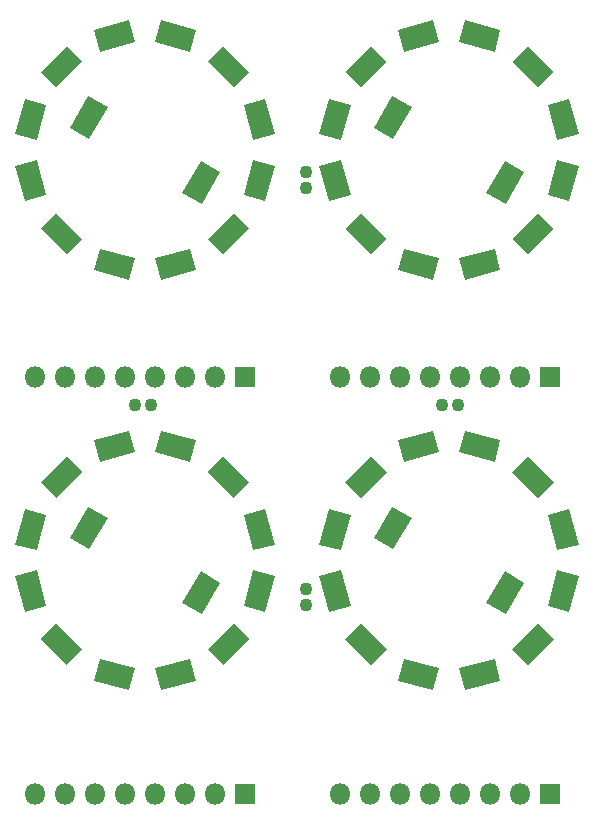
<source format=gts>
G04 #@! TF.FileFunction,Soldermask,Top*
%FSLAX46Y46*%
G04 Gerber Fmt 4.6, Leading zero omitted, Abs format (unit mm)*
G04 Created by KiCad (PCBNEW 4.0.2-stable) date 2019-03-28 2:30:29 PM*
%MOMM*%
G01*
G04 APERTURE LIST*
%ADD10C,0.200000*%
%ADD11C,1.100000*%
%ADD12R,1.800000X1.800000*%
%ADD13O,1.800000X1.800000*%
G04 APERTURE END LIST*
D10*
G36*
X151091307Y-146091201D02*
X151583063Y-147926460D01*
X148588693Y-148728799D01*
X148096937Y-146893540D01*
X151091307Y-146091201D01*
X151091307Y-146091201D01*
G37*
G36*
X154744264Y-143052233D02*
X156087767Y-144395736D01*
X153895736Y-146587767D01*
X152552233Y-145244264D01*
X154744264Y-143052233D01*
X154744264Y-143052233D01*
G37*
G36*
X156393540Y-138596937D02*
X158228799Y-139088693D01*
X157426460Y-142083063D01*
X155591201Y-141591307D01*
X156393540Y-138596937D01*
X156393540Y-138596937D01*
G37*
G36*
X158228799Y-136411307D02*
X156393540Y-136903063D01*
X155591201Y-133908693D01*
X157426460Y-133416937D01*
X158228799Y-136411307D01*
X158228799Y-136411307D01*
G37*
G36*
X156087767Y-131104264D02*
X154744264Y-132447767D01*
X152552233Y-130255736D01*
X153895736Y-128912233D01*
X156087767Y-131104264D01*
X156087767Y-131104264D01*
G37*
G36*
X151583063Y-127573540D02*
X151091307Y-129408799D01*
X148096937Y-128606460D01*
X148588693Y-126771201D01*
X151583063Y-127573540D01*
X151583063Y-127573540D01*
G37*
G36*
X142442276Y-133182661D02*
X144087724Y-134132661D01*
X142537724Y-136817339D01*
X140892276Y-135867339D01*
X142442276Y-133182661D01*
X142442276Y-133182661D01*
G37*
G36*
X151962276Y-138682661D02*
X153607724Y-139632661D01*
X152057724Y-142317339D01*
X150412276Y-141367339D01*
X151962276Y-138682661D01*
X151962276Y-138682661D01*
G37*
G36*
X146403063Y-146893540D02*
X145911307Y-148728799D01*
X142916937Y-147926460D01*
X143408693Y-146091201D01*
X146403063Y-146893540D01*
X146403063Y-146893540D01*
G37*
G36*
X141947767Y-145244264D02*
X140604264Y-146587767D01*
X138412233Y-144395736D01*
X139755736Y-143052233D01*
X141947767Y-145244264D01*
X141947767Y-145244264D01*
G37*
G36*
X138908799Y-141591307D02*
X137073540Y-142083063D01*
X136271201Y-139088693D01*
X138106460Y-138596937D01*
X138908799Y-141591307D01*
X138908799Y-141591307D01*
G37*
G36*
X137073540Y-133416937D02*
X138908799Y-133908693D01*
X138106460Y-136903063D01*
X136271201Y-136411307D01*
X137073540Y-133416937D01*
X137073540Y-133416937D01*
G37*
G36*
X140604264Y-128912233D02*
X141947767Y-130255736D01*
X139755736Y-132447767D01*
X138412233Y-131104264D01*
X140604264Y-128912233D01*
X140604264Y-128912233D01*
G37*
G36*
X145911307Y-126771201D02*
X146403063Y-128606460D01*
X143408693Y-129408799D01*
X142916937Y-127573540D01*
X145911307Y-126771201D01*
X145911307Y-126771201D01*
G37*
G36*
X125341307Y-146091201D02*
X125833063Y-147926460D01*
X122838693Y-148728799D01*
X122346937Y-146893540D01*
X125341307Y-146091201D01*
X125341307Y-146091201D01*
G37*
G36*
X128994264Y-143052233D02*
X130337767Y-144395736D01*
X128145736Y-146587767D01*
X126802233Y-145244264D01*
X128994264Y-143052233D01*
X128994264Y-143052233D01*
G37*
G36*
X130643540Y-138596937D02*
X132478799Y-139088693D01*
X131676460Y-142083063D01*
X129841201Y-141591307D01*
X130643540Y-138596937D01*
X130643540Y-138596937D01*
G37*
G36*
X132478799Y-136411307D02*
X130643540Y-136903063D01*
X129841201Y-133908693D01*
X131676460Y-133416937D01*
X132478799Y-136411307D01*
X132478799Y-136411307D01*
G37*
G36*
X130337767Y-131104264D02*
X128994264Y-132447767D01*
X126802233Y-130255736D01*
X128145736Y-128912233D01*
X130337767Y-131104264D01*
X130337767Y-131104264D01*
G37*
G36*
X125833063Y-127573540D02*
X125341307Y-129408799D01*
X122346937Y-128606460D01*
X122838693Y-126771201D01*
X125833063Y-127573540D01*
X125833063Y-127573540D01*
G37*
G36*
X116692276Y-133182661D02*
X118337724Y-134132661D01*
X116787724Y-136817339D01*
X115142276Y-135867339D01*
X116692276Y-133182661D01*
X116692276Y-133182661D01*
G37*
G36*
X126212276Y-138682661D02*
X127857724Y-139632661D01*
X126307724Y-142317339D01*
X124662276Y-141367339D01*
X126212276Y-138682661D01*
X126212276Y-138682661D01*
G37*
G36*
X120653063Y-146893540D02*
X120161307Y-148728799D01*
X117166937Y-147926460D01*
X117658693Y-146091201D01*
X120653063Y-146893540D01*
X120653063Y-146893540D01*
G37*
G36*
X116197767Y-145244264D02*
X114854264Y-146587767D01*
X112662233Y-144395736D01*
X114005736Y-143052233D01*
X116197767Y-145244264D01*
X116197767Y-145244264D01*
G37*
G36*
X113158799Y-141591307D02*
X111323540Y-142083063D01*
X110521201Y-139088693D01*
X112356460Y-138596937D01*
X113158799Y-141591307D01*
X113158799Y-141591307D01*
G37*
G36*
X111323540Y-133416937D02*
X113158799Y-133908693D01*
X112356460Y-136903063D01*
X110521201Y-136411307D01*
X111323540Y-133416937D01*
X111323540Y-133416937D01*
G37*
G36*
X114854264Y-128912233D02*
X116197767Y-130255736D01*
X114005736Y-132447767D01*
X112662233Y-131104264D01*
X114854264Y-128912233D01*
X114854264Y-128912233D01*
G37*
G36*
X120161307Y-126771201D02*
X120653063Y-128606460D01*
X117658693Y-129408799D01*
X117166937Y-127573540D01*
X120161307Y-126771201D01*
X120161307Y-126771201D01*
G37*
D11*
X122000000Y-124600000D03*
X120650000Y-124600000D03*
X146650000Y-124600000D03*
X148000000Y-124600000D03*
X135150000Y-141500000D03*
X135150000Y-140150000D03*
X135150000Y-106250000D03*
D12*
X130000000Y-157500000D03*
D13*
X127460000Y-157500000D03*
X124920000Y-157500000D03*
X122380000Y-157500000D03*
X119840000Y-157500000D03*
X117300000Y-157500000D03*
X114760000Y-157500000D03*
X112220000Y-157500000D03*
D12*
X155750000Y-157500000D03*
D13*
X153210000Y-157500000D03*
X150670000Y-157500000D03*
X148130000Y-157500000D03*
X145590000Y-157500000D03*
X143050000Y-157500000D03*
X140510000Y-157500000D03*
X137970000Y-157500000D03*
D12*
X155750000Y-122250000D03*
D13*
X153210000Y-122250000D03*
X150670000Y-122250000D03*
X148130000Y-122250000D03*
X145590000Y-122250000D03*
X143050000Y-122250000D03*
X140510000Y-122250000D03*
X137970000Y-122250000D03*
D10*
G36*
X151091307Y-111341201D02*
X151583063Y-113176460D01*
X148588693Y-113978799D01*
X148096937Y-112143540D01*
X151091307Y-111341201D01*
X151091307Y-111341201D01*
G37*
G36*
X154744264Y-108302233D02*
X156087767Y-109645736D01*
X153895736Y-111837767D01*
X152552233Y-110494264D01*
X154744264Y-108302233D01*
X154744264Y-108302233D01*
G37*
G36*
X156393540Y-103846937D02*
X158228799Y-104338693D01*
X157426460Y-107333063D01*
X155591201Y-106841307D01*
X156393540Y-103846937D01*
X156393540Y-103846937D01*
G37*
G36*
X158228799Y-101661307D02*
X156393540Y-102153063D01*
X155591201Y-99158693D01*
X157426460Y-98666937D01*
X158228799Y-101661307D01*
X158228799Y-101661307D01*
G37*
G36*
X156087767Y-96354264D02*
X154744264Y-97697767D01*
X152552233Y-95505736D01*
X153895736Y-94162233D01*
X156087767Y-96354264D01*
X156087767Y-96354264D01*
G37*
G36*
X151583063Y-92823540D02*
X151091307Y-94658799D01*
X148096937Y-93856460D01*
X148588693Y-92021201D01*
X151583063Y-92823540D01*
X151583063Y-92823540D01*
G37*
G36*
X142442276Y-98432661D02*
X144087724Y-99382661D01*
X142537724Y-102067339D01*
X140892276Y-101117339D01*
X142442276Y-98432661D01*
X142442276Y-98432661D01*
G37*
G36*
X151962276Y-103932661D02*
X153607724Y-104882661D01*
X152057724Y-107567339D01*
X150412276Y-106617339D01*
X151962276Y-103932661D01*
X151962276Y-103932661D01*
G37*
G36*
X146403063Y-112143540D02*
X145911307Y-113978799D01*
X142916937Y-113176460D01*
X143408693Y-111341201D01*
X146403063Y-112143540D01*
X146403063Y-112143540D01*
G37*
G36*
X141947767Y-110494264D02*
X140604264Y-111837767D01*
X138412233Y-109645736D01*
X139755736Y-108302233D01*
X141947767Y-110494264D01*
X141947767Y-110494264D01*
G37*
G36*
X138908799Y-106841307D02*
X137073540Y-107333063D01*
X136271201Y-104338693D01*
X138106460Y-103846937D01*
X138908799Y-106841307D01*
X138908799Y-106841307D01*
G37*
G36*
X137073540Y-98666937D02*
X138908799Y-99158693D01*
X138106460Y-102153063D01*
X136271201Y-101661307D01*
X137073540Y-98666937D01*
X137073540Y-98666937D01*
G37*
G36*
X140604264Y-94162233D02*
X141947767Y-95505736D01*
X139755736Y-97697767D01*
X138412233Y-96354264D01*
X140604264Y-94162233D01*
X140604264Y-94162233D01*
G37*
G36*
X145911307Y-92021201D02*
X146403063Y-93856460D01*
X143408693Y-94658799D01*
X142916937Y-92823540D01*
X145911307Y-92021201D01*
X145911307Y-92021201D01*
G37*
G36*
X125341307Y-111341201D02*
X125833063Y-113176460D01*
X122838693Y-113978799D01*
X122346937Y-112143540D01*
X125341307Y-111341201D01*
X125341307Y-111341201D01*
G37*
G36*
X128994264Y-108302233D02*
X130337767Y-109645736D01*
X128145736Y-111837767D01*
X126802233Y-110494264D01*
X128994264Y-108302233D01*
X128994264Y-108302233D01*
G37*
G36*
X130643540Y-103846937D02*
X132478799Y-104338693D01*
X131676460Y-107333063D01*
X129841201Y-106841307D01*
X130643540Y-103846937D01*
X130643540Y-103846937D01*
G37*
G36*
X132478799Y-101661307D02*
X130643540Y-102153063D01*
X129841201Y-99158693D01*
X131676460Y-98666937D01*
X132478799Y-101661307D01*
X132478799Y-101661307D01*
G37*
G36*
X130337767Y-96354264D02*
X128994264Y-97697767D01*
X126802233Y-95505736D01*
X128145736Y-94162233D01*
X130337767Y-96354264D01*
X130337767Y-96354264D01*
G37*
G36*
X125833063Y-92823540D02*
X125341307Y-94658799D01*
X122346937Y-93856460D01*
X122838693Y-92021201D01*
X125833063Y-92823540D01*
X125833063Y-92823540D01*
G37*
G36*
X116692276Y-98432661D02*
X118337724Y-99382661D01*
X116787724Y-102067339D01*
X115142276Y-101117339D01*
X116692276Y-98432661D01*
X116692276Y-98432661D01*
G37*
G36*
X126212276Y-103932661D02*
X127857724Y-104882661D01*
X126307724Y-107567339D01*
X124662276Y-106617339D01*
X126212276Y-103932661D01*
X126212276Y-103932661D01*
G37*
G36*
X120653063Y-112143540D02*
X120161307Y-113978799D01*
X117166937Y-113176460D01*
X117658693Y-111341201D01*
X120653063Y-112143540D01*
X120653063Y-112143540D01*
G37*
G36*
X116197767Y-110494264D02*
X114854264Y-111837767D01*
X112662233Y-109645736D01*
X114005736Y-108302233D01*
X116197767Y-110494264D01*
X116197767Y-110494264D01*
G37*
G36*
X113158799Y-106841307D02*
X111323540Y-107333063D01*
X110521201Y-104338693D01*
X112356460Y-103846937D01*
X113158799Y-106841307D01*
X113158799Y-106841307D01*
G37*
G36*
X111323540Y-98666937D02*
X113158799Y-99158693D01*
X112356460Y-102153063D01*
X110521201Y-101661307D01*
X111323540Y-98666937D01*
X111323540Y-98666937D01*
G37*
G36*
X114854264Y-94162233D02*
X116197767Y-95505736D01*
X114005736Y-97697767D01*
X112662233Y-96354264D01*
X114854264Y-94162233D01*
X114854264Y-94162233D01*
G37*
G36*
X120161307Y-92021201D02*
X120653063Y-93856460D01*
X117658693Y-94658799D01*
X117166937Y-92823540D01*
X120161307Y-92021201D01*
X120161307Y-92021201D01*
G37*
D12*
X130000000Y-122250000D03*
D13*
X127460000Y-122250000D03*
X124920000Y-122250000D03*
X122380000Y-122250000D03*
X119840000Y-122250000D03*
X117300000Y-122250000D03*
X114760000Y-122250000D03*
X112220000Y-122250000D03*
D11*
X135150000Y-104900000D03*
M02*

</source>
